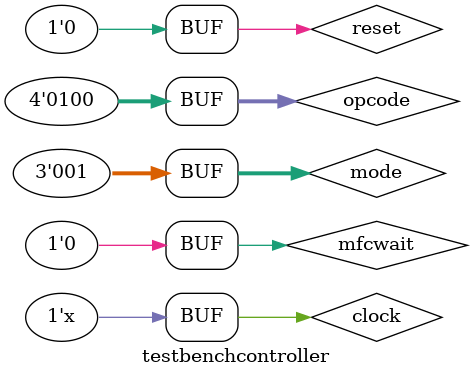
<source format=v>
`timescale 1ns / 1ps


//Testbench for the Controller

module testbenchcontroller;

	// Inputs
	reg [3:0] opcode;
	reg reset;
	reg [2:0] mode;
	reg clock;
	reg mfcwait;

	// Outputs
	wire trpc;
	wire trregf;
	wire marw;
	wire regbw;
	wire memread;
	
	wire trmdbus2mdr;
	wire mdrw;
	wire trmdr2bus;
	wire irw;
	wire trbus2mdr;
	wire trconst2;
	wire trconst0;
	wire[1:0] aluop;
	wire aluoutw;
	wire traluout;
	wire pcw;
	wire regwrite;
	wire jumpsignal;
	wire jumppcwrite;
	wire [1:0] readreg;
	wire memw;

	// Instantiate the Unit Under Test (UUT)
	controller uut (
		.opcode(opcode), 
		.reset(reset), 
		.mode(mode), 
		.clock(clock), 
		.trpc(trpc), 
		.trregf(trregf), 
		.marw(marw), 
		.regbw(regbw), 
		.memread(memread), 
		.mfcwait(mfcwait), 
		.irw(irw), 
		.trmdbus2mdr(trmdbus2mdr), 
		.mdrw(mdrw), 
		.trmdr2bus(trmdr2bus), 
		 
		.trbus2mdr(trbus2mdr), 
		.trconst2(trconst2), 
		.trconst0(trconst0), 
		.aluop(aluop), 
		.aluoutw(aluoutw), 
		.traluout(traluout), 
		.pcw(pcw), 
		.regwrite(regwrite), 
		.jumpsignal(jumpsignal), 
		.jumppcwrite(jumppcwrite), 
		.readreg(readreg), 
		.memw(memw)
	);

	initial begin
		// Initialize Inputs
		opcode = 0;
		reset = 0;
		mode = 0;         //load register
		clock = 0;
		mfcwait=0;
		$monitor($time,"trpc=%b,marw=%b,regbw=%b,memread=%b,trmdbus2mdr=%b,mdrw=%b,trmdr2bus=%b,irw=%b,trconst2=%b,aluop=%b,aluoutw=%b,trbus2mdr=%b,traluout=%b,pcw=%b,trregf=%b,trconst0=%b,regwrite=%b,jumpsignal=%b,jumppcwrite=%b,memw=%b,readreg=%b",trpc,marw,regbw,memread,trmdbus2mdr,mdrw,trmdr2bus,irw,trconst2,aluop,aluoutw,trbus2mdr,traluout,pcw,trregf,trconst0,regwrite,jumpsignal,jumppcwrite,memw,readreg);
	#10	opcode = 4'b1000;
		mode = 3'b011;            //and operation with base addressing
		#10 opcode=4'b1010;
			mode=3'b010;
		#10 opcode=4'b0010;      //jump signal
		#10 opcode=4'b0000;
			mode=3'b010;           //load with base indexed addressing
		#10 opcode=4'b0011;      //subcall
		#10 opcode=4'b1010;
				mode=3'b001;        //alu add immediate
		#10 opcode=4'b0001;
			  mode=3'b011;   //store base addressing
	   #10 opcode=4'b1100;
			 mode=3'b100;     //cmp indirect
		#10 opcode=4'b1011;
			 mode=3'b001; //alu sub immediate
		#10 opcode=4'b0100; //subreturn
	end
   always #5 clock=~clock;
		
endmodule


</source>
